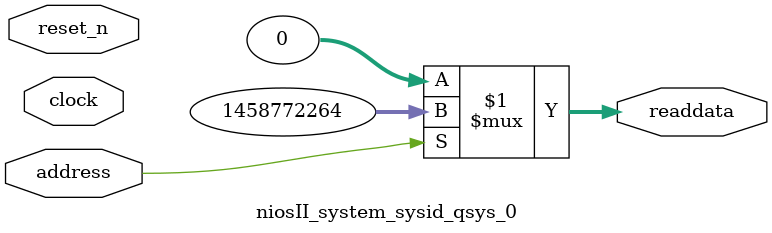
<source format=v>

`timescale 1ns / 1ps
// synthesis translate_on

// turn off superfluous verilog processor warnings 
// altera message_level Level1 
// altera message_off 10034 10035 10036 10037 10230 10240 10030 

module niosII_system_sysid_qsys_0 (
               // inputs:
                address,
                clock,
                reset_n,

               // outputs:
                readdata
             )
;

  output  [ 31: 0] readdata;
  input            address;
  input            clock;
  input            reset_n;

  wire    [ 31: 0] readdata;
  //control_slave, which is an e_avalon_slave
  assign readdata = address ? 1458772264 : 0;

endmodule




</source>
